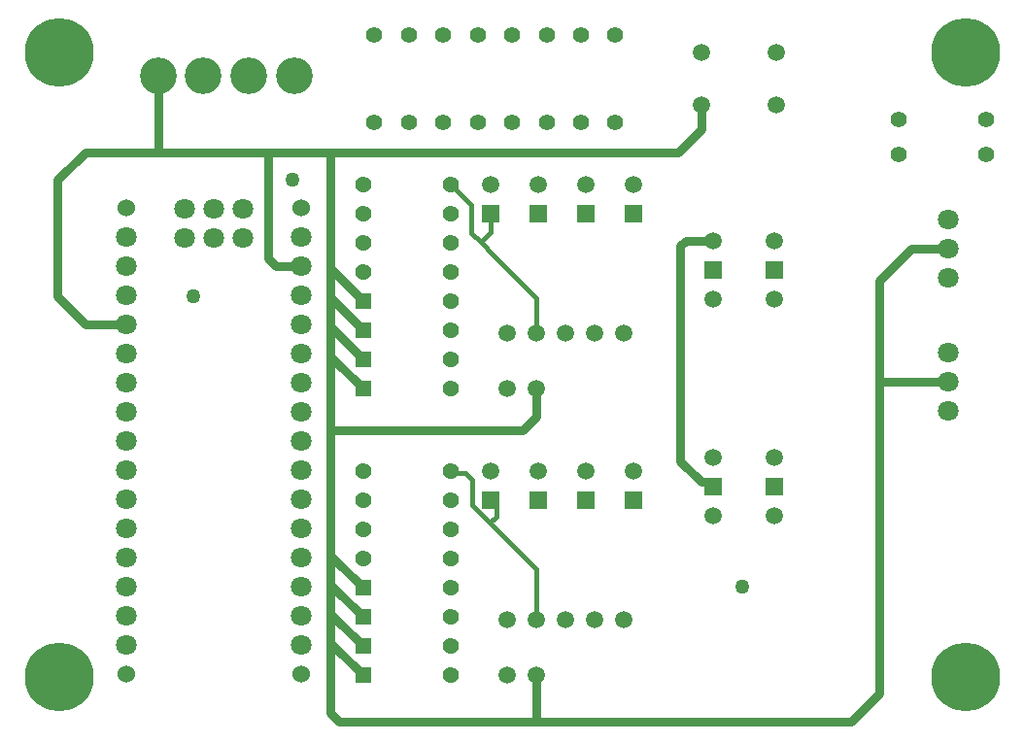
<source format=gbr>
%TF.GenerationSoftware,Altium Limited,Altium Designer,21.8.1 (53)*%
G04 Layer_Physical_Order=2*
G04 Layer_Color=36540*
%FSLAX43Y43*%
%MOMM*%
%TF.SameCoordinates,34F7A64E-A76D-4A2E-B03E-92C6081B7B14*%
%TF.FilePolarity,Positive*%
%TF.FileFunction,Copper,L2,Inr,Signal*%
%TF.Part,Single*%
G01*
G75*
%TA.AperFunction,Conductor*%
%ADD12C,0.400*%
%ADD13C,0.800*%
%TA.AperFunction,ComponentPad*%
%ADD14C,1.400*%
%ADD15C,1.800*%
%ADD16C,1.524*%
%ADD17C,3.200*%
%ADD18C,1.500*%
%ADD19R,1.500X1.500*%
%ADD20C,1.425*%
%ADD21R,1.425X1.425*%
%TA.AperFunction,ViaPad*%
%ADD22C,6.000*%
%ADD23C,1.270*%
D12*
X42075Y18525D02*
X42600Y19050D01*
Y20460D01*
X40550Y20050D02*
Y22188D01*
Y20050D02*
X42075Y18525D01*
X46140Y10030D02*
Y14460D01*
X40450Y43751D02*
X41250Y42951D01*
X38620Y48000D02*
X40450Y46170D01*
Y43751D02*
Y46170D01*
X42100Y43800D02*
Y44960D01*
X42600Y45460D01*
X41250Y42951D02*
X42100Y43800D01*
X42075Y18525D02*
X46140Y14460D01*
X39932Y22806D02*
X40550Y22188D01*
X41250Y42951D02*
X42418Y41783D01*
X46140Y38061D01*
Y35030D02*
Y38061D01*
X38814Y22806D02*
X39932D01*
X38620Y23000D02*
X38814Y22806D01*
D13*
X28194Y50800D02*
X58500D01*
X60507Y52807D02*
Y54940D01*
X58500Y50800D02*
X60507Y52807D01*
X4350Y38250D02*
Y48350D01*
X6800Y50800D02*
X13144D01*
X4350Y48350D02*
X6800Y50800D01*
X6850Y35750D02*
X10380D01*
X4350Y38250D02*
X6850Y35750D01*
X13144Y50800D02*
Y57474D01*
Y50800D02*
X22860D01*
X76000Y30600D02*
Y39600D01*
Y3593D02*
Y30600D01*
X76150Y30750D02*
X82000D01*
X76000Y30600D02*
X76150Y30750D01*
X46101Y1143D02*
X73550D01*
X76000Y3593D01*
Y39600D02*
X78790Y42390D01*
X82000D01*
X61180Y22020D02*
X61530Y21670D01*
X60530Y22020D02*
X61180D01*
X58674Y23876D02*
X60530Y22020D01*
X58674Y23876D02*
Y42601D01*
X59143Y43070D01*
X61530D01*
X22733Y41529D02*
Y50673D01*
Y41529D02*
X23432Y40830D01*
X22733Y50673D02*
X22860Y50800D01*
X23432Y40830D02*
X25620D01*
X22860Y50800D02*
X28194D01*
Y40646D02*
Y50800D01*
X46140Y27725D02*
Y30220D01*
X44958Y26543D02*
X46140Y27725D01*
X28194Y26543D02*
Y33020D01*
Y15646D02*
Y26543D01*
X44958D01*
X28956Y1143D02*
X46101D01*
X46140Y1182D01*
Y5220D01*
X28194Y1905D02*
X28956Y1143D01*
X28194Y1905D02*
Y8026D01*
Y33020D02*
Y35566D01*
Y33020D02*
X28200D01*
X31000Y30220D01*
X28194Y35566D02*
Y38106D01*
Y35566D02*
X31000Y32760D01*
X28194Y38106D02*
Y40646D01*
Y38106D02*
X31000Y35300D01*
X28194Y40646D02*
X31000Y37840D01*
X28194Y10566D02*
Y13106D01*
Y8026D02*
Y10566D01*
X31000Y7760D01*
X28194Y13106D02*
Y15646D01*
Y13106D02*
X31000Y10300D01*
X28194Y8026D02*
X31000Y5220D01*
X28194Y15646D02*
X31000Y12840D01*
D14*
X77690Y53600D02*
D03*
X85310D02*
D03*
X77690Y50600D02*
D03*
X85310D02*
D03*
X32000Y61000D02*
D03*
Y53380D02*
D03*
X35000D02*
D03*
Y61000D02*
D03*
X38000Y53380D02*
D03*
Y61000D02*
D03*
X41000Y53380D02*
D03*
Y61000D02*
D03*
X44000Y53380D02*
D03*
Y61000D02*
D03*
X47000Y53380D02*
D03*
Y61000D02*
D03*
X50000Y53380D02*
D03*
Y61000D02*
D03*
X53000Y53380D02*
D03*
Y61000D02*
D03*
D15*
X20550Y43270D02*
D03*
X18010D02*
D03*
X15470D02*
D03*
X20550Y45810D02*
D03*
X18010D02*
D03*
X15470D02*
D03*
X25620Y43370D02*
D03*
Y40830D02*
D03*
Y38290D02*
D03*
Y35750D02*
D03*
Y33210D02*
D03*
Y30670D02*
D03*
Y28130D02*
D03*
Y25590D02*
D03*
Y23050D02*
D03*
Y20510D02*
D03*
Y17970D02*
D03*
Y15430D02*
D03*
Y12890D02*
D03*
Y10350D02*
D03*
Y7810D02*
D03*
X10380D02*
D03*
Y10350D02*
D03*
Y12890D02*
D03*
Y15430D02*
D03*
Y17970D02*
D03*
Y20510D02*
D03*
Y23050D02*
D03*
Y25590D02*
D03*
Y28130D02*
D03*
Y30670D02*
D03*
Y33210D02*
D03*
Y35750D02*
D03*
Y38290D02*
D03*
Y40830D02*
D03*
Y43370D02*
D03*
X82000Y39850D02*
D03*
Y42390D02*
D03*
Y44930D02*
D03*
Y28210D02*
D03*
Y30750D02*
D03*
Y33290D02*
D03*
D16*
X25620Y45910D02*
D03*
X10380D02*
D03*
X25620Y5270D02*
D03*
X10380D02*
D03*
D17*
X13144Y57474D02*
D03*
X17104D02*
D03*
X21064D02*
D03*
X25024D02*
D03*
D18*
X53760Y10030D02*
D03*
X51220D02*
D03*
X48680D02*
D03*
X46140D02*
D03*
X43600D02*
D03*
X53760Y35030D02*
D03*
X51220D02*
D03*
X48680D02*
D03*
X46140D02*
D03*
X43600D02*
D03*
X66830Y24210D02*
D03*
Y19130D02*
D03*
X61530Y24210D02*
D03*
Y19130D02*
D03*
X66830Y43070D02*
D03*
Y37990D02*
D03*
X61530Y43070D02*
D03*
Y37990D02*
D03*
X46250Y23000D02*
D03*
X54550D02*
D03*
Y48000D02*
D03*
X50400Y23000D02*
D03*
Y48000D02*
D03*
X46250D02*
D03*
X42100Y23000D02*
D03*
Y48000D02*
D03*
X43600Y30220D02*
D03*
X46140D02*
D03*
X43600Y5220D02*
D03*
X46140D02*
D03*
X60507Y59440D02*
D03*
X67007D02*
D03*
X60507Y54940D02*
D03*
X67007D02*
D03*
D19*
X66830Y21670D02*
D03*
X61530D02*
D03*
X66830Y40530D02*
D03*
X61530D02*
D03*
X46250Y20460D02*
D03*
X54550D02*
D03*
Y45460D02*
D03*
X50400Y20460D02*
D03*
Y45460D02*
D03*
X46250D02*
D03*
X42100Y20460D02*
D03*
Y45460D02*
D03*
D20*
X31000Y48000D02*
D03*
Y45460D02*
D03*
Y42920D02*
D03*
Y40380D02*
D03*
X38620Y30220D02*
D03*
Y32760D02*
D03*
Y35300D02*
D03*
Y37840D02*
D03*
Y40380D02*
D03*
Y42920D02*
D03*
Y45460D02*
D03*
Y48000D02*
D03*
X31000Y23000D02*
D03*
Y20460D02*
D03*
Y17920D02*
D03*
Y15380D02*
D03*
X38620Y5220D02*
D03*
Y7760D02*
D03*
Y10300D02*
D03*
Y12840D02*
D03*
Y15380D02*
D03*
Y17920D02*
D03*
Y20460D02*
D03*
Y23000D02*
D03*
D21*
X31000Y37840D02*
D03*
Y35300D02*
D03*
Y32760D02*
D03*
Y30220D02*
D03*
Y12840D02*
D03*
Y10300D02*
D03*
Y7760D02*
D03*
Y5220D02*
D03*
D22*
X83500Y5000D02*
D03*
Y59500D02*
D03*
X4500D02*
D03*
Y5000D02*
D03*
D23*
X64100Y12900D02*
D03*
X16256Y38227D02*
D03*
X24892Y48387D02*
D03*
%TF.MD5,0569a2f5170404af6d427a67682416ca*%
M02*

</source>
